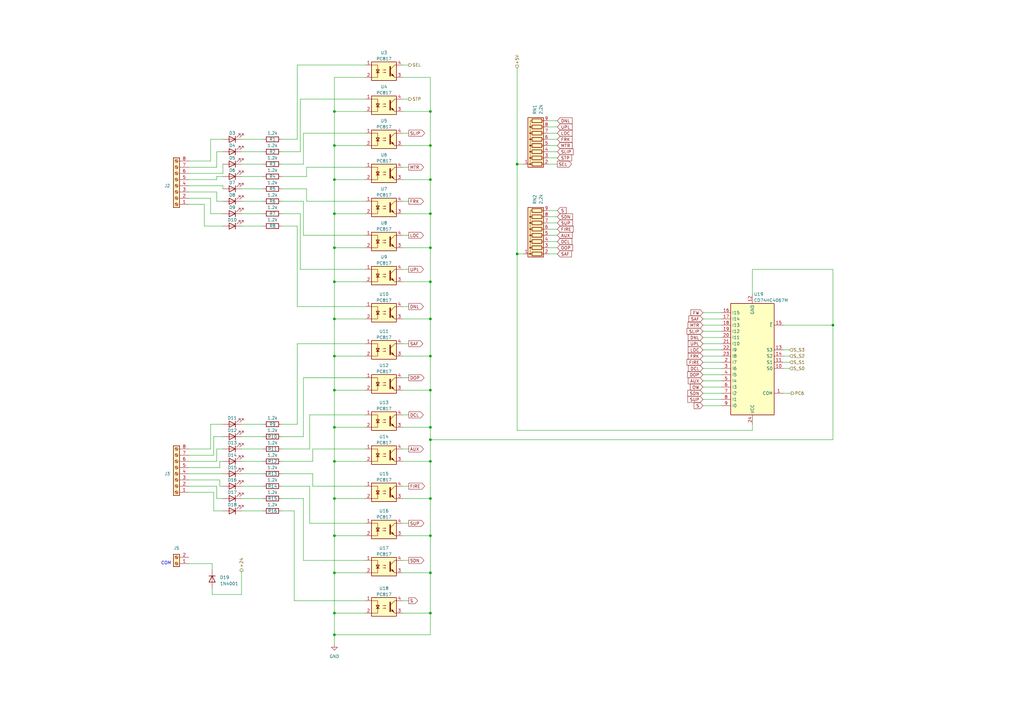
<source format=kicad_sch>
(kicad_sch (version 20230121) (generator eeschema)
  (paper "A3")
  (title_block (title "Shaft signal") (date "2023-04-01") (rev "Ahmed Adel") (company "Empironics") (comment 1 "Copy rights reserved by Ahmed Adel"))
  (lib_symbols
    (symbol "74xx:CD74HC4067M"
      (property "Reference" "U" (at -8.89 22.86 0))
      (property "Value" "CD74HC4067M" (at 1.27 22.86 0))
      (symbol "CD74HC4067M_0_1"
        (rectangle (start -8.89 21.59) (end 8.89 -24.13) (stroke (width 0.254)) (fill (type background)))
      )
      (symbol "CD74HC4067M_1_1"
        (pin passive line (at -12.7 12.7 0) (length 3.81) (name "COM") (number "1"))
        (pin input line (at -12.7 2.54 0) (length 3.81) (name "S0") (number "10"))
        (pin input line (at -12.7 0 0) (length 3.81) (name "S1") (number "11"))
        (pin power_in line (at 0 -27.94 90) (length 3.81) (name "GND") (number "12"))
        (pin input line (at -12.7 -5.08 0) (length 3.81) (name "S3") (number "13"))
        (pin input line (at -12.7 -2.54 0) (length 3.81) (name "S2") (number "14"))
        (pin input line (at -12.7 -15.24 0) (length 3.81) (name "~{E}") (number "15"))
        (pin passive line (at 12.7 -20.32 180) (length 3.81) (name "I15") (number "16"))
        (pin passive line (at 12.7 -17.78 180) (length 3.81) (name "I14") (number "17"))
        (pin passive line (at 12.7 -15.24 180) (length 3.81) (name "I13") (number "18"))
        (pin passive line (at 12.7 -12.7 180) (length 3.81) (name "I12") (number "19"))
        (pin passive line (at 12.7 0 180) (length 3.81) (name "I7") (number "2"))
        (pin passive line (at 12.7 -10.16 180) (length 3.81) (name "I11") (number "20"))
        (pin passive line (at 12.7 -7.62 180) (length 3.81) (name "I10") (number "21"))
        (pin passive line (at 12.7 -5.08 180) (length 3.81) (name "I9") (number "22"))
        (pin passive line (at 12.7 -2.54 180) (length 3.81) (name "I8") (number "23"))
        (pin power_in line (at 0 25.4 270) (length 3.81) (name "VCC") (number "24"))
        (pin passive line (at 12.7 2.54 180) (length 3.81) (name "I6") (number "3"))
        (pin passive line (at 12.7 5.08 180) (length 3.81) (name "I5") (number "4"))
        (pin passive line (at 12.7 7.62 180) (length 3.81) (name "I4") (number "5"))
        (pin passive line (at 12.7 10.16 180) (length 3.81) (name "I3") (number "6"))
        (pin passive line (at 12.7 12.7 180) (length 3.81) (name "I2") (number "7"))
        (pin passive line (at 12.7 15.24 180) (length 3.81) (name "I1") (number "8"))
        (pin passive line (at 12.7 17.78 180) (length 3.81) (name "I0") (number "9"))
      )
    )
    (symbol "Connector:Screw_Terminal_01x02" (pin_names (offset 1.016) hide)
      (property "Reference" "J" (at 0 2.54 0))
      (property "Value" "Screw_Terminal_01x02" (at 0 -5.08 0))
      (symbol "Screw_Terminal_01x02_1_1"
        (rectangle (start -1.27 1.27) (end 1.27 -3.81) (stroke (width 0.254)) (fill (type background)))
        (circle (center 0 -2.54) (radius 0.635) (stroke (width 0.1524)))
        (polyline (pts (xy -0.5334 -2.2098) (xy 0.3302 -3.048)) (stroke (width 0.1524)))
        (polyline (pts (xy -0.5334 0.3302) (xy 0.3302 -0.508)) (stroke (width 0.1524)))
        (polyline (pts (xy -0.3556 -2.032) (xy 0.508 -2.8702)) (stroke (width 0.1524)))
        (polyline (pts (xy -0.3556 0.508) (xy 0.508 -0.3302)) (stroke (width 0.1524)))
        (circle (center 0 0) (radius 0.635) (stroke (width 0.1524)))
        (pin passive line (at -5.08 0 0) (length 3.81) (name "Pin_1") (number "1"))
        (pin passive line (at -5.08 -2.54 0) (length 3.81) (name "Pin_2") (number "2"))
      )
    )
    (symbol "Connector:Screw_Terminal_01x08" (pin_names (offset 1.016) hide)
      (property "Reference" "J" (at 0 10.16 0))
      (property "Value" "Screw_Terminal_01x08" (at 0 -12.7 0))
      (symbol "Screw_Terminal_01x08_1_1"
        (rectangle (start -1.27 8.89) (end 1.27 -11.43) (stroke (width 0.254)) (fill (type background)))
        (circle (center 0 -10.16) (radius 0.635) (stroke (width 0.1524)))
        (circle (center 0 -7.62) (radius 0.635) (stroke (width 0.1524)))
        (circle (center 0 -5.08) (radius 0.635) (stroke (width 0.1524)))
        (circle (center 0 -2.54) (radius 0.635) (stroke (width 0.1524)))
        (polyline (pts (xy -0.5334 -9.8298) (xy 0.3302 -10.668)) (stroke (width 0.1524)))
        (polyline (pts (xy -0.5334 -7.2898) (xy 0.3302 -8.128)) (stroke (width 0.1524)))
        (polyline (pts (xy -0.5334 -4.7498) (xy 0.3302 -5.588)) (stroke (width 0.1524)))
        (polyline (pts (xy -0.5334 -2.2098) (xy 0.3302 -3.048)) (stroke (width 0.1524)))
        (polyline (pts (xy -0.5334 0.3302) (xy 0.3302 -0.508)) (stroke (width 0.1524)))
        (polyline (pts (xy -0.5334 2.8702) (xy 0.3302 2.032)) (stroke (width 0.1524)))
        (polyline (pts (xy -0.5334 5.4102) (xy 0.3302 4.572)) (stroke (width 0.1524)))
        (polyline (pts (xy -0.5334 7.9502) (xy 0.3302 7.112)) (stroke (width 0.1524)))
        (polyline (pts (xy -0.3556 -9.652) (xy 0.508 -10.4902)) (stroke (width 0.1524)))
        (polyline (pts (xy -0.3556 -7.112) (xy 0.508 -7.9502)) (stroke (width 0.1524)))
        (polyline (pts (xy -0.3556 -4.572) (xy 0.508 -5.4102)) (stroke (width 0.1524)))
        (polyline (pts (xy -0.3556 -2.032) (xy 0.508 -2.8702)) (stroke (width 0.1524)))
        (polyline (pts (xy -0.3556 0.508) (xy 0.508 -0.3302)) (stroke (width 0.1524)))
        (polyline (pts (xy -0.3556 3.048) (xy 0.508 2.2098)) (stroke (width 0.1524)))
        (polyline (pts (xy -0.3556 5.588) (xy 0.508 4.7498)) (stroke (width 0.1524)))
        (polyline (pts (xy -0.3556 8.128) (xy 0.508 7.2898)) (stroke (width 0.1524)))
        (circle (center 0 0) (radius 0.635) (stroke (width 0.1524)))
        (circle (center 0 2.54) (radius 0.635) (stroke (width 0.1524)))
        (circle (center 0 5.08) (radius 0.635) (stroke (width 0.1524)))
        (circle (center 0 7.62) (radius 0.635) (stroke (width 0.1524)))
        (pin passive line (at -5.08 7.62 0) (length 3.81) (name "Pin_1") (number "1"))
        (pin passive line (at -5.08 5.08 0) (length 3.81) (name "Pin_2") (number "2"))
        (pin passive line (at -5.08 2.54 0) (length 3.81) (name "Pin_3") (number "3"))
        (pin passive line (at -5.08 0 0) (length 3.81) (name "Pin_4") (number "4"))
        (pin passive line (at -5.08 -2.54 0) (length 3.81) (name "Pin_5") (number "5"))
        (pin passive line (at -5.08 -5.08 0) (length 3.81) (name "Pin_6") (number "6"))
        (pin passive line (at -5.08 -7.62 0) (length 3.81) (name "Pin_7") (number "7"))
        (pin passive line (at -5.08 -10.16 0) (length 3.81) (name "Pin_8") (number "8"))
      )
    )
    (symbol "Device:LED" (pin_numbers hide) (pin_names (offset 1.016) hide)
      (property "Reference" "D" (at 0 2.54 0))
      (property "Value" "LED" (at 0 -2.54 0))
      (symbol "LED_0_1"
        (polyline (pts (xy -1.27 -1.27) (xy -1.27 1.27)) (stroke (width 0.254)))
        (polyline (pts (xy -1.27 0) (xy 1.27 0)))
        (polyline (pts (xy 1.27 -1.27) (xy 1.27 1.27) (xy -1.27 0) (xy 1.27 -1.27)) (stroke (width 0.254)))
        (polyline (pts (xy -3.048 -0.762) (xy -4.572 -2.286) (xy -3.81 -2.286) (xy -4.572 -2.286) (xy -4.572 -1.524)))
        (polyline (pts (xy -1.778 -0.762) (xy -3.302 -2.286) (xy -2.54 -2.286) (xy -3.302 -2.286) (xy -3.302 -1.524)))
      )
      (symbol "LED_1_1"
        (pin passive line (at -3.81 0 0) (length 2.54) (name "K") (number "1"))
        (pin passive line (at 3.81 0 180) (length 2.54) (name "A") (number "2"))
      )
    )
    (symbol "Device:R" (pin_numbers hide) (pin_names (offset 0))
      (property "Reference" "R" (at 2.032 0 90))
      (property "Value" "R" (at 0 0 90))
      (symbol "R_0_1"
        (rectangle (start -1.016 -2.54) (end 1.016 2.54) (stroke (width 0.254)))
      )
      (symbol "R_1_1"
        (pin passive line (at 0 3.81 270) (length 1.27) (name "~") (number "1"))
        (pin passive line (at 0 -3.81 90) (length 1.27) (name "~") (number "2"))
      )
    )
    (symbol "Device:R_Network08" (pin_names (offset 0) hide)
      (property "Reference" "RN" (at -12.7 0 90))
      (property "Value" "R_Network08" (at 10.16 0 90))
      (symbol "R_Network08_0_1"
        (rectangle (start -11.43 -3.175) (end 8.89 3.175) (stroke (width 0.254)) (fill (type background)))
        (rectangle (start -10.922 1.524) (end -9.398 -2.54) (stroke (width 0.254)))
        (circle (center -10.16 2.286) (radius 0.254) (fill (type outline)))
        (rectangle (start -8.382 1.524) (end -6.858 -2.54) (stroke (width 0.254)))
        (circle (center -7.62 2.286) (radius 0.254) (fill (type outline)))
        (rectangle (start -5.842 1.524) (end -4.318 -2.54) (stroke (width 0.254)))
        (circle (center -5.08 2.286) (radius 0.254) (fill (type outline)))
        (rectangle (start -3.302 1.524) (end -1.778 -2.54) (stroke (width 0.254)))
        (circle (center -2.54 2.286) (radius 0.254) (fill (type outline)))
        (rectangle (start -0.762 1.524) (end 0.762 -2.54) (stroke (width 0.254)))
        (polyline (pts (xy -10.16 -2.54) (xy -10.16 -3.81)))
        (polyline (pts (xy -7.62 -2.54) (xy -7.62 -3.81)))
        (polyline (pts (xy -5.08 -2.54) (xy -5.08 -3.81)))
        (polyline (pts (xy -2.54 -2.54) (xy -2.54 -3.81)))
        (polyline (pts (xy 0 -2.54) (xy 0 -3.81)))
        (polyline (pts (xy 2.54 -2.54) (xy 2.54 -3.81)))
        (polyline (pts (xy 5.08 -2.54) (xy 5.08 -3.81)))
        (polyline (pts (xy 7.62 -2.54) (xy 7.62 -3.81)))
        (polyline (pts (xy -10.16 1.524) (xy -10.16 2.286) (xy -7.62 2.286) (xy -7.62 1.524)))
        (polyline (pts (xy -7.62 1.524) (xy -7.62 2.286) (xy -5.08 2.286) (xy -5.08 1.524)))
        (polyline (pts (xy -5.08 1.524) (xy -5.08 2.286) (xy -2.54 2.286) (xy -2.54 1.524)))
        (polyline (pts (xy -2.54 1.524) (xy -2.54 2.286) (xy 0 2.286) (xy 0 1.524)))
        (polyline (pts (xy 0 1.524) (xy 0 2.286) (xy 2.54 2.286) (xy 2.54 1.524)))
        (polyline (pts (xy 2.54 1.524) (xy 2.54 2.286) (xy 5.08 2.286) (xy 5.08 1.524)))
        (polyline (pts (xy 5.08 1.524) (xy 5.08 2.286) (xy 7.62 2.286) (xy 7.62 1.524)))
        (circle (center 0 2.286) (radius 0.254) (fill (type outline)))
        (rectangle (start 1.778 1.524) (end 3.302 -2.54) (stroke (width 0.254)))
        (circle (center 2.54 2.286) (radius 0.254) (fill (type outline)))
        (rectangle (start 4.318 1.524) (end 5.842 -2.54) (stroke (width 0.254)))
        (circle (center 5.08 2.286) (radius 0.254) (fill (type outline)))
        (rectangle (start 6.858 1.524) (end 8.382 -2.54) (stroke (width 0.254)))
      )
      (symbol "R_Network08_1_1"
        (pin passive line (at -10.16 5.08 270) (length 2.54) (name "common") (number "1"))
        (pin passive line (at -10.16 -5.08 90) (length 1.27) (name "R1") (number "2"))
        (pin passive line (at -7.62 -5.08 90) (length 1.27) (name "R2") (number "3"))
        (pin passive line (at -5.08 -5.08 90) (length 1.27) (name "R3") (number "4"))
        (pin passive line (at -2.54 -5.08 90) (length 1.27) (name "R4") (number "5"))
        (pin passive line (at 0 -5.08 90) (length 1.27) (name "R5") (number "6"))
        (pin passive line (at 2.54 -5.08 90) (length 1.27) (name "R6") (number "7"))
        (pin passive line (at 5.08 -5.08 90) (length 1.27) (name "R7") (number "8"))
        (pin passive line (at 7.62 -5.08 90) (length 1.27) (name "R8") (number "9"))
      )
    )
    (symbol "Diode:1N4001" (pin_numbers hide) (pin_names hide)
      (property "Reference" "D" (at 0 2.54 0))
      (property "Value" "1N4001" (at 0 -2.54 0))
      (symbol "1N4001_0_1"
        (polyline (pts (xy -1.27 1.27) (xy -1.27 -1.27)) (stroke (width 0.254)))
        (polyline (pts (xy 1.27 0) (xy -1.27 0)))
        (polyline (pts (xy 1.27 1.27) (xy 1.27 -1.27) (xy -1.27 0) (xy 1.27 1.27)) (stroke (width 0.254)))
      )
      (symbol "1N4001_1_1"
        (pin passive line (at -3.81 0 0) (length 2.54) (name "K") (number "1"))
        (pin passive line (at 3.81 0 180) (length 2.54) (name "A") (number "2"))
      )
    )
    (symbol "Isolator:PC817" (pin_names (offset 1.016))
      (property "Reference" "U" (at -5.08 5.08 0))
      (property "Value" "PC817" (at 0 5.08 0))
      (symbol "PC817_0_1"
        (rectangle (start -5.08 3.81) (end 5.08 -3.81) (stroke (width 0.254)) (fill (type background)))
        (polyline (pts (xy -3.175 -0.635) (xy -1.905 -0.635)) (stroke (width 0.254)))
        (polyline (pts (xy 2.54 0.635) (xy 4.445 2.54)))
        (polyline (pts (xy 4.445 -2.54) (xy 2.54 -0.635)) (fill (type outline)))
        (polyline (pts (xy 4.445 -2.54) (xy 5.08 -2.54)))
        (polyline (pts (xy 4.445 2.54) (xy 5.08 2.54)))
        (polyline (pts (xy -5.08 2.54) (xy -2.54 2.54) (xy -2.54 -0.635)))
        (polyline (pts (xy -2.54 -0.635) (xy -2.54 -2.54) (xy -5.08 -2.54)))
        (polyline (pts (xy 2.54 1.905) (xy 2.54 -1.905) (xy 2.54 -1.905)) (stroke (width 0.508)))
        (polyline (pts (xy -2.54 -0.635) (xy -3.175 0.635) (xy -1.905 0.635) (xy -2.54 -0.635)) (stroke (width 0.254)))
        (polyline (pts (xy -0.508 -0.508) (xy 0.762 -0.508) (xy 0.381 -0.635) (xy 0.381 -0.381) (xy 0.762 -0.508)))
        (polyline (pts (xy -0.508 0.508) (xy 0.762 0.508) (xy 0.381 0.381) (xy 0.381 0.635) (xy 0.762 0.508)))
        (polyline (pts (xy 3.048 -1.651) (xy 3.556 -1.143) (xy 4.064 -2.159) (xy 3.048 -1.651) (xy 3.048 -1.651)) (fill (type outline)))
      )
      (symbol "PC817_1_1"
        (pin passive line (at -7.62 2.54 0) (length 2.54) (name "~") (number "1"))
        (pin passive line (at -7.62 -2.54 0) (length 2.54) (name "~") (number "2"))
        (pin passive line (at 7.62 -2.54 180) (length 2.54) (name "~") (number "3"))
        (pin passive line (at 7.62 2.54 180) (length 2.54) (name "~") (number "4"))
      )
    )
    (symbol "power:GND" (power) (pin_names (offset 0))
      (property "Value" "GND" (at 0 -3.81 0))
      (symbol "GND_0_1"
        (polyline (pts (xy 0 0) (xy 0 -1.27) (xy 1.27 -1.27) (xy 0 -2.54) (xy -1.27 -1.27) (xy 0 -1.27)))
      )
      (symbol "GND_1_1"
        (pin power_in line (at 0 0 270) (length 0) hide (name "GND") (number "1"))
      )
    )
  )
  (junction (at 137.16 45.72))
  (junction (at 212.09 104.14))
  (junction (at 137.16 219.71))
  (junction (at 176.53 73.66))
  (junction (at 137.16 204.47))
  (junction (at 137.16 101.6))
  (junction (at 176.53 101.6))
  (junction (at 137.16 160.02))
  (junction (at 176.53 219.71))
  (junction (at 176.53 146.05))
  (junction (at 176.53 234.95))
  (junction (at 176.53 175.26))
  (junction (at 212.09 67.31))
  (junction (at 137.16 251.46))
  (junction (at 137.16 87.63))
  (junction (at 137.16 260.35))
  (junction (at 137.16 73.66))
  (junction (at 137.16 146.05))
  (junction (at 137.16 130.81))
  (junction (at 176.53 87.63))
  (junction (at 176.53 160.02))
  (junction (at 176.53 180.34))
  (junction (at 137.16 115.57))
  (junction (at 341.63 133.35))
  (junction (at 176.53 189.23))
  (junction (at 137.16 189.23))
  (junction (at 176.53 130.81))
  (junction (at 137.16 175.26))
  (junction (at 176.53 204.47))
  (junction (at 176.53 45.72))
  (junction (at 137.16 234.95))
  (junction (at 176.53 59.69))
  (junction (at 137.16 59.69))
  (junction (at 176.53 251.46))
  (junction (at 176.53 115.57))
  (wire (pts (xy 149.86 40.64) (xy 123.19 40.64)))
  (wire (pts (xy 127 199.39) (xy 115.57 199.39)))
  (wire (pts (xy 288.29 163.83) (xy 295.91 163.83)))
  (wire (pts (xy 214.63 104.14) (xy 212.09 104.14)))
  (wire (pts (xy 137.16 160.02) (xy 137.16 175.26)))
  (wire (pts (xy 137.16 204.47) (xy 137.16 219.71)))
  (wire (pts (xy 137.16 101.6) (xy 137.16 115.57)))
  (wire (pts (xy 99.06 72.39) (xy 107.95 72.39)))
  (wire (pts (xy 137.16 146.05) (xy 149.86 146.05)))
  (wire (pts (xy 77.47 78.74) (xy 88.9 78.74)))
  (wire (pts (xy 77.47 83.82) (xy 83.82 83.82)))
  (wire (pts (xy 137.16 115.57) (xy 137.16 130.81)))
  (wire (pts (xy 323.85 146.05) (xy 321.31 146.05)))
  (wire (pts (xy 128.27 189.23) (xy 115.57 189.23)))
  (wire (pts (xy 91.44 173.99) (xy 86.36 173.99)))
  (wire (pts (xy 212.09 104.14) (xy 212.09 67.31)))
  (wire (pts (xy 176.53 115.57) (xy 176.53 130.81)))
  (wire (pts (xy 228.6 88.9) (xy 224.79 88.9)))
  (wire (pts (xy 288.29 135.89) (xy 295.91 135.89)))
  (wire (pts (xy 90.17 189.23) (xy 90.17 191.77)))
  (wire (pts (xy 176.53 189.23) (xy 176.53 204.47)))
  (wire (pts (xy 86.36 87.63) (xy 91.44 87.63)))
  (wire (pts (xy 176.53 219.71) (xy 176.53 234.95)))
  (wire (pts (xy 321.31 133.35) (xy 341.63 133.35)))
  (wire (pts (xy 167.64 154.94) (xy 165.1 154.94)))
  (wire (pts (xy 323.85 151.13) (xy 321.31 151.13)))
  (wire (pts (xy 167.64 170.18) (xy 165.1 170.18)))
  (wire (pts (xy 125.73 77.47) (xy 115.57 77.47)))
  (wire (pts (xy 86.36 57.15) (xy 86.36 66.04)))
  (wire (pts (xy 149.86 199.39) (xy 128.27 199.39)))
  (wire (pts (xy 228.6 49.53) (xy 224.79 49.53)))
  (wire (pts (xy 88.9 68.58) (xy 77.47 68.58)))
  (wire (pts (xy 137.16 87.63) (xy 149.86 87.63)))
  (wire (pts (xy 228.6 64.77) (xy 224.79 64.77)))
  (wire (pts (xy 176.53 59.69) (xy 176.53 73.66)))
  (wire (pts (xy 115.57 57.15) (xy 121.92 57.15)))
  (wire (pts (xy 165.1 45.72) (xy 176.53 45.72)))
  (wire (pts (xy 167.64 110.49) (xy 165.1 110.49)))
  (wire (pts (xy 288.29 128.27) (xy 295.91 128.27)))
  (wire (pts (xy 99.06 82.55) (xy 107.95 82.55)))
  (wire (pts (xy 77.47 194.31) (xy 91.44 194.31)))
  (wire (pts (xy 149.86 184.15) (xy 128.27 184.15)))
  (wire (pts (xy 167.64 40.64) (xy 165.1 40.64)))
  (wire (pts (xy 176.53 101.6) (xy 176.53 115.57)))
  (wire (pts (xy 99.06 67.31) (xy 107.95 67.31)))
  (wire (pts (xy 288.29 153.67) (xy 295.91 153.67)))
  (wire (pts (xy 87.63 201.93) (xy 77.47 201.93)))
  (wire (pts (xy 137.16 45.72) (xy 149.86 45.72)))
  (wire (pts (xy 137.16 189.23) (xy 149.86 189.23)))
  (wire (pts (xy 91.44 179.07) (xy 87.63 179.07)))
  (wire (pts (xy 165.1 146.05) (xy 176.53 146.05)))
  (wire (pts (xy 137.16 146.05) (xy 137.16 160.02)))
  (wire (pts (xy 149.86 68.58) (xy 125.73 68.58)))
  (wire (pts (xy 88.9 184.15) (xy 88.9 189.23)))
  (wire (pts (xy 137.16 260.35) (xy 176.53 260.35)))
  (wire (pts (xy 88.9 82.55) (xy 91.44 82.55)))
  (wire (pts (xy 165.1 101.6) (xy 176.53 101.6)))
  (wire (pts (xy 149.86 110.49) (xy 123.19 110.49)))
  (wire (pts (xy 165.1 87.63) (xy 176.53 87.63)))
  (wire (pts (xy 149.86 82.55) (xy 125.73 82.55)))
  (wire (pts (xy 149.86 31.75) (xy 137.16 31.75)))
  (wire (pts (xy 88.9 204.47) (xy 88.9 199.39)))
  (wire (pts (xy 128.27 199.39) (xy 128.27 194.31)))
  (wire (pts (xy 121.92 125.73) (xy 121.92 92.71)))
  (wire (pts (xy 123.19 110.49) (xy 123.19 87.63)))
  (wire (pts (xy 228.6 52.07) (xy 224.79 52.07)))
  (wire (pts (xy 167.64 96.52) (xy 165.1 96.52)))
  (wire (pts (xy 288.29 133.35) (xy 295.91 133.35)))
  (wire (pts (xy 176.53 146.05) (xy 176.53 160.02)))
  (wire (pts (xy 137.16 175.26) (xy 137.16 189.23)))
  (wire (pts (xy 121.92 92.71) (xy 115.57 92.71)))
  (wire (pts (xy 149.86 214.63) (xy 127 214.63)))
  (wire (pts (xy 165.1 189.23) (xy 176.53 189.23)))
  (wire (pts (xy 124.46 54.61) (xy 124.46 67.31)))
  (wire (pts (xy 228.6 104.14) (xy 224.79 104.14)))
  (wire (pts (xy 228.6 93.98) (xy 224.79 93.98)))
  (wire (pts (xy 83.82 92.71) (xy 91.44 92.71)))
  (wire (pts (xy 91.44 199.39) (xy 90.17 199.39)))
  (wire (pts (xy 288.29 166.37) (xy 295.91 166.37)))
  (wire (pts (xy 123.19 40.64) (xy 123.19 62.23)))
  (wire (pts (xy 137.16 59.69) (xy 137.16 73.66)))
  (wire (pts (xy 149.86 154.94) (xy 124.46 154.94)))
  (wire (pts (xy 324.485 161.29) (xy 321.31 161.29)))
  (wire (pts (xy 212.09 67.31) (xy 214.63 67.31)))
  (wire (pts (xy 165.1 115.57) (xy 176.53 115.57)))
  (wire (pts (xy 77.47 76.2) (xy 91.44 76.2)))
  (wire (pts (xy 120.65 209.55) (xy 120.65 246.38)))
  (wire (pts (xy 86.36 81.28) (xy 86.36 87.63)))
  (wire (pts (xy 288.29 156.21) (xy 295.91 156.21)))
  (wire (pts (xy 99.06 199.39) (xy 107.95 199.39)))
  (wire (pts (xy 176.53 180.34) (xy 176.53 189.23)))
  (wire (pts (xy 99.06 179.07) (xy 107.95 179.07)))
  (wire (pts (xy 176.53 45.72) (xy 176.53 59.69)))
  (wire (pts (xy 308.61 110.49) (xy 341.63 110.49)))
  (wire (pts (xy 288.29 138.43) (xy 295.91 138.43)))
  (wire (pts (xy 124.46 229.87) (xy 124.46 204.47)))
  (wire (pts (xy 99.06 62.23) (xy 107.95 62.23)))
  (wire (pts (xy 115.57 209.55) (xy 120.65 209.55)))
  (wire (pts (xy 323.85 143.51) (xy 321.31 143.51)))
  (wire (pts (xy 288.29 146.05) (xy 295.91 146.05)))
  (wire (pts (xy 123.19 62.23) (xy 115.57 62.23)))
  (wire (pts (xy 149.86 125.73) (xy 121.92 125.73)))
  (wire (pts (xy 212.09 27.94) (xy 212.09 67.31)))
  (wire (pts (xy 88.9 189.23) (xy 77.47 189.23)))
  (wire (pts (xy 91.44 204.47) (xy 88.9 204.47)))
  (wire (pts (xy 308.61 173.99) (xy 308.61 176.53)))
  (wire (pts (xy 228.6 99.06) (xy 224.79 99.06)))
  (wire (pts (xy 165.1 234.95) (xy 176.53 234.95)))
  (wire (pts (xy 124.46 179.07) (xy 115.57 179.07)))
  (wire (pts (xy 77.47 81.28) (xy 86.36 81.28)))
  (wire (pts (xy 121.92 57.15) (xy 121.92 26.67)))
  (wire (pts (xy 323.85 148.59) (xy 321.31 148.59)))
  (wire (pts (xy 121.92 140.97) (xy 121.92 173.99)))
  (wire (pts (xy 167.64 68.58) (xy 165.1 68.58)))
  (wire (pts (xy 176.53 251.46) (xy 176.53 260.35)))
  (wire (pts (xy 127 170.18) (xy 127 184.15)))
  (wire (pts (xy 228.6 86.36) (xy 224.79 86.36)))
  (wire (pts (xy 137.16 219.71) (xy 137.16 234.95)))
  (wire (pts (xy 288.29 148.59) (xy 295.91 148.59)))
  (wire (pts (xy 86.995 231.14) (xy 77.47 231.14)))
  (wire (pts (xy 228.6 59.69) (xy 224.79 59.69)))
  (wire (pts (xy 128.27 194.31) (xy 115.57 194.31)))
  (wire (pts (xy 228.6 96.52) (xy 224.79 96.52)))
  (wire (pts (xy 88.9 72.39) (xy 88.9 73.66)))
  (wire (pts (xy 99.06 173.99) (xy 107.95 173.99)))
  (wire (pts (xy 341.63 180.34) (xy 176.53 180.34)))
  (wire (pts (xy 165.1 251.46) (xy 176.53 251.46)))
  (wire (pts (xy 86.995 241.3) (xy 86.995 243.84)))
  (wire (pts (xy 83.82 83.82) (xy 83.82 92.71)))
  (wire (pts (xy 224.79 62.23) (xy 228.6 62.23)))
  (wire (pts (xy 149.86 96.52) (xy 124.46 96.52)))
  (wire (pts (xy 167.64 26.67) (xy 165.1 26.67)))
  (wire (pts (xy 137.16 234.95) (xy 149.86 234.95)))
  (wire (pts (xy 99.06 77.47) (xy 107.95 77.47)))
  (wire (pts (xy 86.36 57.15) (xy 91.44 57.15)))
  (wire (pts (xy 137.16 204.47) (xy 149.86 204.47)))
  (wire (pts (xy 88.9 62.23) (xy 88.9 68.58)))
  (wire (pts (xy 165.1 130.81) (xy 176.53 130.81)))
  (wire (pts (xy 99.06 243.84) (xy 99.06 234.315)))
  (wire (pts (xy 288.29 158.75) (xy 295.91 158.75)))
  (wire (pts (xy 90.17 196.85) (xy 77.47 196.85)))
  (wire (pts (xy 124.46 154.94) (xy 124.46 179.07)))
  (wire (pts (xy 90.17 199.39) (xy 90.17 196.85)))
  (wire (pts (xy 176.53 175.26) (xy 176.53 180.34)))
  (wire (pts (xy 99.06 92.71) (xy 107.95 92.71)))
  (wire (pts (xy 127 214.63) (xy 127 199.39)))
  (wire (pts (xy 137.16 260.35) (xy 137.16 264.16)))
  (wire (pts (xy 91.44 77.47) (xy 91.44 76.2)))
  (wire (pts (xy 120.65 246.38) (xy 149.86 246.38)))
  (wire (pts (xy 86.995 233.68) (xy 86.995 231.14)))
  (wire (pts (xy 165.1 175.26) (xy 176.53 175.26)))
  (wire (pts (xy 137.16 101.6) (xy 149.86 101.6)))
  (wire (pts (xy 167.64 199.39) (xy 165.1 199.39)))
  (wire (pts (xy 167.64 54.61) (xy 165.1 54.61)))
  (wire (pts (xy 212.09 104.14) (xy 212.09 176.53)))
  (wire (pts (xy 176.53 31.75) (xy 176.53 45.72)))
  (wire (pts (xy 127 184.15) (xy 115.57 184.15)))
  (wire (pts (xy 99.06 209.55) (xy 107.95 209.55)))
  (wire (pts (xy 99.06 184.15) (xy 107.95 184.15)))
  (wire (pts (xy 228.6 101.6) (xy 224.79 101.6)))
  (wire (pts (xy 137.16 45.72) (xy 137.16 59.69)))
  (wire (pts (xy 91.44 209.55) (xy 87.63 209.55)))
  (wire (pts (xy 137.16 115.57) (xy 149.86 115.57)))
  (wire (pts (xy 165.1 59.69) (xy 176.53 59.69)))
  (wire (pts (xy 137.16 189.23) (xy 137.16 204.47)))
  (wire (pts (xy 137.16 73.66) (xy 137.16 87.63)))
  (wire (pts (xy 125.73 72.39) (xy 115.57 72.39)))
  (wire (pts (xy 167.64 140.97) (xy 165.1 140.97)))
  (wire (pts (xy 228.6 91.44) (xy 224.79 91.44)))
  (wire (pts (xy 149.86 140.97) (xy 121.92 140.97)))
  (wire (pts (xy 288.29 143.51) (xy 295.91 143.51)))
  (wire (pts (xy 137.16 130.81) (xy 137.16 146.05)))
  (wire (pts (xy 91.44 72.39) (xy 88.9 72.39)))
  (wire (pts (xy 125.73 68.58) (xy 125.73 72.39)))
  (wire (pts (xy 87.63 186.69) (xy 77.47 186.69)))
  (wire (pts (xy 137.16 251.46) (xy 137.16 260.35)))
  (wire (pts (xy 137.16 175.26) (xy 149.86 175.26)))
  (wire (pts (xy 149.86 54.61) (xy 124.46 54.61)))
  (wire (pts (xy 165.1 73.66) (xy 176.53 73.66)))
  (wire (pts (xy 149.86 170.18) (xy 127 170.18)))
  (wire (pts (xy 341.63 110.49) (xy 341.63 133.35)))
  (wire (pts (xy 88.9 78.74) (xy 88.9 82.55)))
  (wire (pts (xy 167.64 125.73) (xy 165.1 125.73)))
  (wire (pts (xy 124.46 82.55) (xy 115.57 82.55)))
  (wire (pts (xy 128.27 184.15) (xy 128.27 189.23)))
  (wire (pts (xy 88.9 62.23) (xy 91.44 62.23)))
  (wire (pts (xy 288.29 151.13) (xy 295.91 151.13)))
  (wire (pts (xy 99.06 204.47) (xy 107.95 204.47)))
  (wire (pts (xy 176.53 130.81) (xy 176.53 146.05)))
  (wire (pts (xy 165.1 204.47) (xy 176.53 204.47)))
  (wire (pts (xy 87.63 209.55) (xy 87.63 201.93)))
  (wire (pts (xy 137.16 87.63) (xy 137.16 101.6)))
  (wire (pts (xy 167.64 246.38) (xy 165.1 246.38)))
  (wire (pts (xy 288.29 140.97) (xy 295.91 140.97)))
  (wire (pts (xy 99.06 87.63) (xy 107.95 87.63)))
  (wire (pts (xy 99.06 189.23) (xy 107.95 189.23)))
  (wire (pts (xy 88.9 199.39) (xy 77.47 199.39)))
  (wire (pts (xy 121.92 26.67) (xy 149.86 26.67)))
  (wire (pts (xy 176.53 160.02) (xy 176.53 175.26)))
  (wire (pts (xy 91.44 67.31) (xy 91.44 71.12)))
  (wire (pts (xy 137.16 130.81) (xy 149.86 130.81)))
  (wire (pts (xy 167.64 184.15) (xy 165.1 184.15)))
  (wire (pts (xy 288.29 161.29) (xy 295.91 161.29)))
  (wire (pts (xy 308.61 110.49) (xy 308.61 120.65)))
  (wire (pts (xy 87.63 179.07) (xy 87.63 186.69)))
  (wire (pts (xy 176.53 87.63) (xy 176.53 101.6)))
  (wire (pts (xy 124.46 204.47) (xy 115.57 204.47)))
  (wire (pts (xy 137.16 251.46) (xy 149.86 251.46)))
  (wire (pts (xy 167.64 214.63) (xy 165.1 214.63)))
  (wire (pts (xy 99.06 57.15) (xy 107.95 57.15)))
  (wire (pts (xy 137.16 31.75) (xy 137.16 45.72)))
  (wire (pts (xy 91.44 71.12) (xy 77.47 71.12)))
  (wire (pts (xy 176.53 234.95) (xy 176.53 251.46)))
  (wire (pts (xy 228.6 57.15) (xy 224.79 57.15)))
  (wire (pts (xy 165.1 219.71) (xy 176.53 219.71)))
  (wire (pts (xy 288.29 130.81) (xy 295.91 130.81)))
  (wire (pts (xy 165.1 31.75) (xy 176.53 31.75)))
  (wire (pts (xy 176.53 204.47) (xy 176.53 219.71)))
  (wire (pts (xy 308.61 176.53) (xy 212.09 176.53)))
  (wire (pts (xy 341.63 133.35) (xy 341.63 180.34)))
  (wire (pts (xy 88.9 73.66) (xy 77.47 73.66)))
  (wire (pts (xy 86.36 173.99) (xy 86.36 184.15)))
  (wire (pts (xy 137.16 219.71) (xy 149.86 219.71)))
  (wire (pts (xy 137.16 59.69) (xy 149.86 59.69)))
  (wire (pts (xy 149.86 229.87) (xy 124.46 229.87)))
  (wire (pts (xy 86.36 184.15) (xy 77.47 184.15)))
  (wire (pts (xy 137.16 160.02) (xy 149.86 160.02)))
  (wire (pts (xy 125.73 82.55) (xy 125.73 77.47)))
  (wire (pts (xy 176.53 73.66) (xy 176.53 87.63)))
  (wire (pts (xy 91.44 184.15) (xy 88.9 184.15)))
  (wire (pts (xy 228.6 67.31) (xy 224.79 67.31)))
  (wire (pts (xy 91.44 189.23) (xy 90.17 189.23)))
  (wire (pts (xy 165.1 160.02) (xy 176.53 160.02)))
  (wire (pts (xy 77.47 191.77) (xy 90.17 191.77)))
  (wire (pts (xy 99.06 194.31) (xy 107.95 194.31)))
  (wire (pts (xy 167.64 229.87) (xy 165.1 229.87)))
  (wire (pts (xy 124.46 67.31) (xy 115.57 67.31)))
  (wire (pts (xy 86.995 243.84) (xy 99.06 243.84)))
  (wire (pts (xy 228.6 54.61) (xy 224.79 54.61)))
  (wire (pts (xy 167.64 82.55) (xy 165.1 82.55)))
  (wire (pts (xy 123.19 87.63) (xy 115.57 87.63)))
  (wire (pts (xy 137.16 234.95) (xy 137.16 251.46)))
  (wire (pts (xy 121.92 173.99) (xy 115.57 173.99)))
  (wire (pts (xy 124.46 96.52) (xy 124.46 82.55)))
  (wire (pts (xy 86.36 66.04) (xy 77.47 66.04)))
  (wire (pts (xy 137.16 73.66) (xy 149.86 73.66)))
  (text "COM\n" (at 66.04 231.775 0) (effects (font (size 1.27 1.27)) (justify left bottom)))
  (global_label "FIRE" (shape input) (at 288.29 148.59 180) (property "Intersheetrefs" "${INTERSHEET_REFS}" (effects hide)))
  (global_label "MTR" (shape input) (at 288.29 133.35 180) (property "Intersheetrefs" "${INTERSHEET_REFS}" (effects hide)))
  (global_label "SUP" (shape input) (at 228.6 91.44 0) (property "Intersheetrefs" "${INTERSHEET_REFS}" (effects hide)))
  (global_label "LOC" (shape output) (at 167.64 96.52 0) (property "Intersheetrefs" "${INTERSHEET_REFS}" (effects hide)))
  (global_label "SUP" (shape input) (at 288.29 163.83 180) (property "Intersheetrefs" "${INTERSHEET_REFS}" (effects hide)))
  (global_label "UPL" (shape input) (at 228.6 52.07 0) (property "Intersheetrefs" "${INTERSHEET_REFS}" (effects hide)))
  (global_label "FRK" (shape output) (at 167.64 82.55 0) (property "Intersheetrefs" "${INTERSHEET_REFS}" (effects hide)))
  (global_label "SDN" (shape input) (at 228.6 88.9 0) (property "Intersheetrefs" "${INTERSHEET_REFS}" (effects hide)))
  (global_label "DCL" (shape output) (at 167.64 170.18 0) (property "Intersheetrefs" "${INTERSHEET_REFS}" (effects hide)))
  (global_label "SLIP" (shape input) (at 228.6 62.23 0) (property "Intersheetrefs" "${INTERSHEET_REFS}" (effects hide)))
  (global_label "SDN" (shape input) (at 288.29 161.29 180) (property "Intersheetrefs" "${INTERSHEET_REFS}" (effects hide)))
  (global_label "AUX" (shape input) (at 288.29 156.21 180) (property "Intersheetrefs" "${INTERSHEET_REFS}" (effects hide)))
  (global_label "UPL" (shape output) (at 167.64 110.49 0) (property "Intersheetrefs" "${INTERSHEET_REFS}" (effects hide)))
  (global_label "S" (shape input) (at 228.6 86.36 0) (property "Intersheetrefs" "${INTERSHEET_REFS}" (effects hide)))
  (global_label "AUX" (shape input) (at 228.6 96.52 0) (property "Intersheetrefs" "${INTERSHEET_REFS}" (effects hide)))
  (global_label "SAF" (shape input) (at 228.6 104.14 0) (property "Intersheetrefs" "${INTERSHEET_REFS}" (effects hide)))
  (global_label "DOP" (shape input) (at 288.29 153.67 180) (property "Intersheetrefs" "${INTERSHEET_REFS}" (effects hide)))
  (global_label "FRK" (shape input) (at 288.29 146.05 180) (property "Intersheetrefs" "${INTERSHEET_REFS}" (effects hide)))
  (global_label "UPL" (shape input) (at 288.29 140.97 180) (property "Intersheetrefs" "${INTERSHEET_REFS}" (effects hide)))
  (global_label "DNL" (shape input) (at 228.6 49.53 0) (property "Intersheetrefs" "${INTERSHEET_REFS}" (effects hide)))
  (global_label "SAF" (shape input) (at 288.29 130.81 180) (property "Intersheetrefs" "${INTERSHEET_REFS}" (effects hide)))
  (global_label "SLIP" (shape output) (at 167.64 54.61 0) (property "Intersheetrefs" "${INTERSHEET_REFS}" (effects hide)))
  (global_label "SDN" (shape output) (at 167.64 229.87 0) (property "Intersheetrefs" "${INTERSHEET_REFS}" (effects hide)))
  (global_label "OW" (shape input) (at 288.29 158.75 180) (property "Intersheetrefs" "${INTERSHEET_REFS}" (effects hide)))
  (global_label "DNL" (shape output) (at 167.64 125.73 0) (property "Intersheetrefs" "${INTERSHEET_REFS}" (effects hide)))
  (global_label "DOP" (shape input) (at 228.6 101.6 0) (property "Intersheetrefs" "${INTERSHEET_REFS}" (effects hide)))
  (global_label "S" (shape output) (at 167.64 246.38 0) (property "Intersheetrefs" "${INTERSHEET_REFS}" (effects hide)))
  (global_label "DNL" (shape input) (at 288.29 138.43 180) (property "Intersheetrefs" "${INTERSHEET_REFS}" (effects hide)))
  (global_label "DOP" (shape output) (at 167.64 154.94 0) (property "Intersheetrefs" "${INTERSHEET_REFS}" (effects hide)))
  (global_label "SAF" (shape output) (at 167.64 140.97 0) (property "Intersheetrefs" "${INTERSHEET_REFS}" (effects hide)))
  (global_label "MTR" (shape output) (at 167.64 68.58 0) (property "Intersheetrefs" "${INTERSHEET_REFS}" (effects hide)))
  (global_label "AUX" (shape output) (at 167.64 184.15 0) (property "Intersheetrefs" "${INTERSHEET_REFS}" (effects hide)))
  (global_label "SUP" (shape output) (at 167.64 214.63 0) (property "Intersheetrefs" "${INTERSHEET_REFS}" (effects hide)))
  (global_label "MTR" (shape input) (at 228.6 59.69 0) (property "Intersheetrefs" "${INTERSHEET_REFS}" (effects hide)))
  (global_label "FIRE" (shape output) (at 167.64 199.39 0) (property "Intersheetrefs" "${INTERSHEET_REFS}" (effects hide)))
  (global_label "DCL" (shape input) (at 288.29 151.13 180) (property "Intersheetrefs" "${INTERSHEET_REFS}" (effects hide)))
  (global_label "FIRE" (shape input) (at 228.6 93.98 0) (property "Intersheetrefs" "${INTERSHEET_REFS}" (effects hide)))
  (global_label "LOC" (shape input) (at 228.6 54.61 0) (property "Intersheetrefs" "${INTERSHEET_REFS}" (effects hide)))
  (global_label "FRK" (shape input) (at 228.6 57.15 0) (property "Intersheetrefs" "${INTERSHEET_REFS}" (effects hide)))
  (global_label "LOC" (shape input) (at 288.29 143.51 180) (property "Intersheetrefs" "${INTERSHEET_REFS}" (effects hide)))
  (global_label "FW" (shape input) (at 288.29 128.27 180) (property "Intersheetrefs" "${INTERSHEET_REFS}" (effects hide)))
  (global_label "SLIP" (shape input) (at 288.29 135.89 180) (property "Intersheetrefs" "${INTERSHEET_REFS}" (effects hide)))
  (global_label "DCL" (shape input) (at 228.6 99.06 0) (property "Intersheetrefs" "${INTERSHEET_REFS}" (effects hide)))
  (global_label "SEL" (shape output) (at 228.6 67.31 0) (property "Intersheetrefs" "${INTERSHEET_REFS}" (effects hide)))
  (global_label "STP" (shape input) (at 228.6 64.77 0) (property "Intersheetrefs" "${INTERSHEET_REFS}" (effects hide)))
  (global_label "S" (shape input) (at 288.29 166.37 180) (property "Intersheetrefs" "${INTERSHEET_REFS}" (effects hide)))
  (hierarchical_label "S_S3" (shape input) (at 323.85 143.51 0))
  (hierarchical_label "SEL" (shape output) (at 167.64 26.67 0))
  (hierarchical_label "STP" (shape output) (at 167.64 40.64 0))
  (hierarchical_label "+24" (shape output) (at 99.06 234.315 90))
  (hierarchical_label "S_S1" (shape input) (at 323.85 148.59 0))
  (hierarchical_label "S_S0" (shape input) (at 323.85 151.13 0))
  (hierarchical_label "S_S2" (shape input) (at 323.85 146.05 0))
  (hierarchical_label "+5V" (shape input) (at 212.09 27.94 90))
  (hierarchical_label "PC6" (shape output) (at 324.485 161.29 0))
  (symbol (lib_id "Isolator:PC817") (at 157.48 113.03 0) (unit 1)
    (property "Reference" "U9" (at 157.48 105.41 0))
    (property "Value" "PC817" (at 157.48 107.95 0))
    (property "Footprint" "Package_DIP:DIP-4_W7.62mm" (effects hide))
    (property "Datasheet" "http://www.soselectronic.cz/a_info/resource/d/pc817.pdf" (effects hide))
  )
  (symbol (lib_id "Isolator:PC817") (at 157.48 248.92 0) (unit 1)
    (property "Reference" "U18" (at 157.48 241.3 0))
    (property "Value" "PC817" (at 157.48 243.84 0))
    (property "Footprint" "Package_DIP:DIP-4_W7.62mm" (effects hide))
    (property "Datasheet" "http://www.soselectronic.cz/a_info/resource/d/pc817.pdf" (effects hide))
  )
  (symbol (lib_id "Device:R") (at 111.76 82.55 90) (unit 1)
    (property "Reference" "R6" (at 111.76 82.55 90))
    (property "Value" "1.2k" (at 111.76 80.01 90))
    (property "Footprint" "Resistor_THT:R_Axial_DIN0204_L3.6mm_D1.6mm_P7.62mm_Horizontal" (effects hide))
  )
  (symbol (lib_id "Device:LED") (at 95.25 77.47 180) (unit 1)
    (property "Reference" "D7" (at 95.25 74.93 0))
    (property "Value" "LED" (effects hide))
    (property "Footprint" "LED_THT:LED_D3.0mm" (effects hide))
  )
  (symbol (lib_id "Isolator:PC817") (at 157.48 157.48 0) (unit 1)
    (property "Reference" "U12" (at 157.48 149.86 0))
    (property "Value" "PC817" (at 157.48 152.4 0))
    (property "Footprint" "Package_DIP:DIP-4_W7.62mm" (effects hide))
    (property "Datasheet" "http://www.soselectronic.cz/a_info/resource/d/pc817.pdf" (effects hide))
  )
  (symbol (lib_id "Isolator:PC817") (at 157.48 57.15 0) (unit 1)
    (property "Reference" "U5" (at 157.48 49.53 0))
    (property "Value" "PC817" (at 157.48 52.07 0))
    (property "Footprint" "Package_DIP:DIP-4_W7.62mm" (effects hide))
    (property "Datasheet" "http://www.soselectronic.cz/a_info/resource/d/pc817.pdf" (effects hide))
  )
  (symbol (lib_id "Device:LED") (at 95.25 92.71 180) (unit 1)
    (property "Reference" "D10" (at 95.25 90.17 0))
    (property "Value" "LED" (effects hide))
    (property "Footprint" "LED_THT:LED_D3.0mm" (effects hide))
  )
  (symbol (lib_id "Device:R") (at 111.76 77.47 90) (unit 1)
    (property "Reference" "R5" (at 111.76 77.47 90))
    (property "Value" "1.2k" (at 111.76 74.93 90))
    (property "Footprint" "Resistor_THT:R_Axial_DIN0204_L3.6mm_D1.6mm_P7.62mm_Horizontal" (effects hide))
  )
  (symbol (lib_id "Device:LED") (at 95.25 204.47 180) (unit 1)
    (property "Reference" "D17" (at 95.25 201.93 0))
    (property "Value" "LED" (effects hide))
    (property "Footprint" "LED_THT:LED_D3.0mm" (effects hide))
  )
  (symbol (lib_id "Device:LED") (at 95.25 189.23 180) (unit 1)
    (property "Reference" "D14" (at 95.25 186.69 0))
    (property "Value" "LED" (effects hide))
    (property "Footprint" "LED_THT:LED_D3.0mm" (effects hide))
  )
  (symbol (lib_id "Device:LED") (at 95.25 72.39 180) (unit 1)
    (property "Reference" "D6" (at 95.25 69.85 0))
    (property "Value" "LED" (effects hide))
    (property "Footprint" "LED_THT:LED_D3.0mm" (effects hide))
  )
  (symbol (lib_id "Device:R_Network08") (at 219.71 57.15 90) (unit 1)
    (property "Reference" "RN1" (at 219.329 46.99 0) (effects (justify left)))
    (property "Value" "2.2k" (at 221.869 46.99 0) (effects (justify left)))
    (property "Footprint" "Resistor_THT:R_Array_SIP9" (effects hide))
    (property "Datasheet" "http://www.vishay.com/docs/31509/csc.pdf" (effects hide))
  )
  (symbol (lib_id "Device:LED") (at 95.25 209.55 180) (unit 1)
    (property "Reference" "D18" (at 95.25 207.01 0))
    (property "Value" "LED" (effects hide))
    (property "Footprint" "LED_THT:LED_D3.0mm" (effects hide))
  )
  (symbol (lib_id "Device:R") (at 111.76 204.47 90) (unit 1)
    (property "Reference" "R15" (at 111.76 204.47 90))
    (property "Value" "1.2k" (at 111.76 201.93 90))
    (property "Footprint" "Resistor_THT:R_Axial_DIN0204_L3.6mm_D1.6mm_P7.62mm_Horizontal" (effects hide))
  )
  (symbol (lib_id "Device:LED") (at 95.25 82.55 180) (unit 1)
    (property "Reference" "D8" (at 95.25 80.01 0))
    (property "Value" "LED" (effects hide))
    (property "Footprint" "LED_THT:LED_D3.0mm" (effects hide))
  )
  (symbol (lib_id "Device:R_Network08") (at 219.71 93.98 90) (unit 1)
    (property "Reference" "RN2" (at 219.329 83.82 0) (effects (justify left)))
    (property "Value" "2.2k" (at 221.869 83.82 0) (effects (justify left)))
    (property "Footprint" "Resistor_THT:R_Array_SIP9" (effects hide))
    (property "Datasheet" "http://www.vishay.com/docs/31509/csc.pdf" (effects hide))
  )
  (symbol (lib_id "Device:R") (at 111.76 173.99 90) (unit 1)
    (property "Reference" "R9" (at 111.76 173.99 90))
    (property "Value" "1.2k" (at 111.76 171.45 90))
    (property "Footprint" "Resistor_THT:R_Axial_DIN0204_L3.6mm_D1.6mm_P7.62mm_Horizontal" (effects hide))
  )
  (symbol (lib_id "Device:LED") (at 95.25 179.07 180) (unit 1)
    (property "Reference" "D12" (at 95.25 176.53 0))
    (property "Value" "LED" (effects hide))
    (property "Footprint" "LED_THT:LED_D3.0mm" (effects hide))
  )
  (symbol (lib_id "74xx:CD74HC4067M") (at 308.61 148.59 180) (unit 1)
    (property "Reference" "U19" (at 309.1941 120.65 0) (effects (justify right)))
    (property "Value" "CD74HC4067M" (at 309.1941 123.19 0) (effects (justify right)))
    (property "Footprint" "Package_SO:SOIC-24W_7.5x15.4mm_P1.27mm" (effects hide))
    (property "Datasheet" "http://www.ti.com/lit/ds/symlink/cd74hc4067.pdf" (effects hide))
  )
  (symbol (lib_id "Isolator:PC817") (at 157.48 143.51 0) (unit 1)
    (property "Reference" "U11" (at 157.48 135.89 0))
    (property "Value" "PC817" (at 157.48 138.43 0))
    (property "Footprint" "Package_DIP:DIP-4_W7.62mm" (effects hide))
    (property "Datasheet" "http://www.soselectronic.cz/a_info/resource/d/pc817.pdf" (effects hide))
  )
  (symbol (lib_id "Diode:1N4001") (at 86.995 237.49 270) (unit 1)
    (property "Reference" "D19" (at 90.17 236.855 90) (effects (justify left)))
    (property "Value" "1N4001" (at 90.17 239.395 90) (effects (justify left)))
    (property "Footprint" "Diode_THT:D_DO-41_SOD81_P10.16mm_Horizontal" (effects hide))
    (property "Datasheet" "http://www.vishay.com/docs/88503/1n4001.pdf" (effects hide))
    (property "Sim.Device" "D" (effects hide))
    (property "Sim.Pins" "1=K 2=A" (effects hide))
  )
  (symbol (lib_id "Connector:Screw_Terminal_01x02") (at 72.39 231.14 180) (unit 1)
    (property "Reference" "J5" (at 72.39 224.79 0))
    (property "Value" "Screw_Terminal_01x02" (effects hide))
    (property "Footprint" "Connector_Phoenix_GMSTB:PhoenixContact_GMSTB_2,5_2-GF-7,62_1x02_P7.62mm_Horizontal_ThreadedFlange" (effects hide))
  )
  (symbol (lib_id "Isolator:PC817") (at 157.48 186.69 0) (unit 1)
    (property "Reference" "U14" (at 157.48 179.07 0))
    (property "Value" "PC817" (at 157.48 181.61 0))
    (property "Footprint" "Package_DIP:DIP-4_W7.62mm" (effects hide))
    (property "Datasheet" "http://www.soselectronic.cz/a_info/resource/d/pc817.pdf" (effects hide))
  )
  (symbol (lib_id "Isolator:PC817") (at 157.48 99.06 0) (unit 1)
    (property "Reference" "U8" (at 157.48 91.44 0))
    (property "Value" "PC817" (at 157.48 93.98 0))
    (property "Footprint" "Package_DIP:DIP-4_W7.62mm" (effects hide))
    (property "Datasheet" "http://www.soselectronic.cz/a_info/resource/d/pc817.pdf" (effects hide))
  )
  (symbol (lib_id "Device:LED") (at 95.25 173.99 180) (unit 1)
    (property "Reference" "D11" (at 95.25 171.45 0))
    (property "Value" "LED" (effects hide))
    (property "Footprint" "LED_THT:LED_D3.0mm" (effects hide))
  )
  (symbol (lib_id "Device:R") (at 111.76 194.31 90) (unit 1)
    (property "Reference" "R13" (at 111.76 194.31 90))
    (property "Value" "1.2k" (at 111.76 191.77 90))
    (property "Footprint" "Resistor_THT:R_Axial_DIN0204_L3.6mm_D1.6mm_P7.62mm_Horizontal" (effects hide))
  )
  (symbol (lib_id "Isolator:PC817") (at 157.48 128.27 0) (unit 1)
    (property "Reference" "U10" (at 157.48 120.65 0))
    (property "Value" "PC817" (at 157.48 123.19 0))
    (property "Footprint" "Package_DIP:DIP-4_W7.62mm" (effects hide))
    (property "Datasheet" "http://www.soselectronic.cz/a_info/resource/d/pc817.pdf" (effects hide))
  )
  (symbol (lib_id "Device:R") (at 111.76 57.15 90) (unit 1)
    (property "Reference" "R1" (at 111.76 57.15 90))
    (property "Value" "1.2k" (at 111.76 54.61 90))
    (property "Footprint" "Resistor_THT:R_Axial_DIN0204_L3.6mm_D1.6mm_P7.62mm_Horizontal" (effects hide))
  )
  (symbol (lib_id "Device:R") (at 111.76 189.23 90) (unit 1)
    (property "Reference" "R12" (at 111.76 189.23 90))
    (property "Value" "1.2k" (at 111.76 186.69 90))
    (property "Footprint" "Resistor_THT:R_Axial_DIN0204_L3.6mm_D1.6mm_P7.62mm_Horizontal" (effects hide))
  )
  (symbol (lib_id "Device:R") (at 111.76 67.31 90) (unit 1)
    (property "Reference" "R3" (at 111.76 67.31 90))
    (property "Value" "1.2k" (at 111.76 64.77 90))
    (property "Footprint" "Resistor_THT:R_Axial_DIN0204_L3.6mm_D1.6mm_P7.62mm_Horizontal" (effects hide))
  )
  (symbol (lib_id "Device:LED") (at 95.25 57.15 180) (unit 1)
    (property "Reference" "D3" (at 95.25 54.61 0))
    (property "Value" "LED" (effects hide))
    (property "Footprint" "LED_THT:LED_D3.0mm" (effects hide))
  )
  (symbol (lib_id "Device:R") (at 111.76 92.71 90) (unit 1)
    (property "Reference" "R8" (at 111.76 92.71 90))
    (property "Value" "1.2k" (at 111.76 90.17 90))
    (property "Footprint" "Resistor_THT:R_Axial_DIN0204_L3.6mm_D1.6mm_P7.62mm_Horizontal" (effects hide))
  )
  (symbol (lib_id "Isolator:PC817") (at 157.48 71.12 0) (unit 1)
    (property "Reference" "U6" (at 157.48 63.5 0))
    (property "Value" "PC817" (at 157.48 66.04 0))
    (property "Footprint" "Package_DIP:DIP-4_W7.62mm" (effects hide))
    (property "Datasheet" "http://www.soselectronic.cz/a_info/resource/d/pc817.pdf" (effects hide))
  )
  (symbol (lib_id "Isolator:PC817") (at 157.48 217.17 0) (unit 1)
    (property "Reference" "U16" (at 157.48 209.55 0))
    (property "Value" "PC817" (at 157.48 212.09 0))
    (property "Footprint" "Package_DIP:DIP-4_W7.62mm" (effects hide))
    (property "Datasheet" "http://www.soselectronic.cz/a_info/resource/d/pc817.pdf" (effects hide))
  )
  (symbol (lib_id "Device:LED") (at 95.25 194.31 180) (unit 1)
    (property "Reference" "D15" (at 95.25 191.77 0))
    (property "Value" "LED" (effects hide))
    (property "Footprint" "LED_THT:LED_D3.0mm" (effects hide))
  )
  (symbol (lib_id "Device:R") (at 111.76 87.63 90) (unit 1)
    (property "Reference" "R7" (at 111.76 87.63 90))
    (property "Value" "1.2k" (at 111.76 85.09 90))
    (property "Footprint" "Resistor_THT:R_Axial_DIN0204_L3.6mm_D1.6mm_P7.62mm_Horizontal" (effects hide))
  )
  (symbol (lib_id "Device:R") (at 111.76 209.55 90) (unit 1)
    (property "Reference" "R16" (at 111.76 209.55 90))
    (property "Value" "1.2k" (at 111.76 207.01 90))
    (property "Footprint" "Resistor_THT:R_Axial_DIN0204_L3.6mm_D1.6mm_P7.62mm_Horizontal" (effects hide))
  )
  (symbol (lib_id "Device:R") (at 111.76 184.15 90) (unit 1)
    (property "Reference" "R11" (at 111.76 184.15 90))
    (property "Value" "1.2k" (at 111.76 181.61 90))
    (property "Footprint" "Resistor_THT:R_Axial_DIN0204_L3.6mm_D1.6mm_P7.62mm_Horizontal" (effects hide))
  )
  (symbol (lib_id "Isolator:PC817") (at 157.48 201.93 0) (unit 1)
    (property "Reference" "U15" (at 157.48 194.31 0))
    (property "Value" "PC817" (at 157.48 196.85 0))
    (property "Footprint" "Package_DIP:DIP-4_W7.62mm" (effects hide))
    (property "Datasheet" "http://www.soselectronic.cz/a_info/resource/d/pc817.pdf" (effects hide))
  )
  (symbol (lib_id "Isolator:PC817") (at 157.48 232.41 0) (unit 1)
    (property "Reference" "U17" (at 157.48 224.79 0))
    (property "Value" "PC817" (at 157.48 227.33 0))
    (property "Footprint" "Package_DIP:DIP-4_W7.62mm" (effects hide))
    (property "Datasheet" "http://www.soselectronic.cz/a_info/resource/d/pc817.pdf" (effects hide))
  )
  (symbol (lib_id "Device:LED") (at 95.25 67.31 180) (unit 1)
    (property "Reference" "D5" (at 95.25 64.77 0))
    (property "Value" "LED" (effects hide))
    (property "Footprint" "LED_THT:LED_D3.0mm" (effects hide))
  )
  (symbol (lib_id "Connector:Screw_Terminal_01x08") (at 72.39 194.31 180) (unit 1)
    (property "Reference" "J3" (at 68.58 194.31 0))
    (property "Value" "Screw_Terminal_01x08" (effects hide))
    (property "Footprint" "Connector_Phoenix_GMSTB:PhoenixContact_GMSTBA_2,5_8-G-7,62_1x08_P7.62mm_Horizontal" (effects hide))
  )
  (symbol (lib_id "Device:LED") (at 95.25 62.23 180) (unit 1)
    (property "Reference" "D4" (at 95.25 59.69 0))
    (property "Value" "LED" (effects hide))
    (property "Footprint" "LED_THT:LED_D3.0mm" (effects hide))
  )
  (symbol (lib_id "Device:R") (at 111.76 72.39 90) (unit 1)
    (property "Reference" "R4" (at 111.76 72.39 90))
    (property "Value" "1.2k" (at 111.76 69.85 90))
    (property "Footprint" "Resistor_THT:R_Axial_DIN0204_L3.6mm_D1.6mm_P7.62mm_Horizontal" (effects hide))
  )
  (symbol (lib_id "Isolator:PC817") (at 157.48 85.09 0) (unit 1)
    (property "Reference" "U7" (at 157.48 77.47 0))
    (property "Value" "PC817" (at 157.48 80.01 0))
    (property "Footprint" "Package_DIP:DIP-4_W7.62mm" (effects hide))
    (property "Datasheet" "http://www.soselectronic.cz/a_info/resource/d/pc817.pdf" (effects hide))
  )
  (symbol (lib_id "Device:LED") (at 95.25 199.39 180) (unit 1)
    (property "Reference" "D16" (at 95.25 196.85 0))
    (property "Value" "LED" (effects hide))
    (property "Footprint" "LED_THT:LED_D3.0mm" (effects hide))
  )
  (symbol (lib_id "Isolator:PC817") (at 157.48 172.72 0) (unit 1)
    (property "Reference" "U13" (at 157.48 165.1 0))
    (property "Value" "PC817" (at 157.48 167.64 0))
    (property "Footprint" "Package_DIP:DIP-4_W7.62mm" (effects hide))
    (property "Datasheet" "http://www.soselectronic.cz/a_info/resource/d/pc817.pdf" (effects hide))
  )
  (symbol (lib_id "Isolator:PC817") (at 157.48 43.18 0) (unit 1)
    (property "Reference" "U4" (at 157.48 35.56 0))
    (property "Value" "PC817" (at 157.48 38.1 0))
    (property "Footprint" "Package_DIP:DIP-4_W7.62mm" (effects hide))
    (property "Datasheet" "http://www.soselectronic.cz/a_info/resource/d/pc817.pdf" (effects hide))
  )
  (symbol (lib_id "Device:R") (at 111.76 199.39 90) (unit 1)
    (property "Reference" "R14" (at 111.76 199.39 90))
    (property "Value" "1.2k" (at 111.76 196.85 90))
    (property "Footprint" "Resistor_THT:R_Axial_DIN0204_L3.6mm_D1.6mm_P7.62mm_Horizontal" (effects hide))
  )
  (symbol (lib_id "Device:R") (at 111.76 62.23 90) (unit 1)
    (property "Reference" "R2" (at 111.76 62.23 90))
    (property "Value" "1.2k" (at 111.76 59.69 90))
    (property "Footprint" "Resistor_THT:R_Axial_DIN0204_L3.6mm_D1.6mm_P7.62mm_Horizontal" (effects hide))
  )
  (symbol (lib_id "Connector:Screw_Terminal_01x08") (at 72.39 76.2 180) (unit 1)
    (property "Reference" "J2" (at 68.58 76.2 0))
    (property "Value" "Screw_Terminal_01x08" (effects hide))
    (property "Footprint" "Connector_Phoenix_GMSTB:PhoenixContact_GMSTBA_2,5_8-G-7,62_1x08_P7.62mm_Horizontal" (effects hide))
  )
  (symbol (lib_id "Isolator:PC817") (at 157.48 29.21 0) (unit 1)
    (property "Reference" "U3" (at 157.48 21.59 0))
    (property "Value" "PC817" (at 157.48 24.13 0))
    (property "Footprint" "Package_DIP:DIP-4_W7.62mm" (effects hide))
    (property "Datasheet" "http://www.soselectronic.cz/a_info/resource/d/pc817.pdf" (effects hide))
  )
  (symbol (lib_id "Device:R") (at 111.76 179.07 90) (unit 1)
    (property "Reference" "R10" (at 111.76 179.07 90))
    (property "Value" "1.2k" (at 111.76 176.53 90))
    (property "Footprint" "Resistor_THT:R_Axial_DIN0204_L3.6mm_D1.6mm_P7.62mm_Horizontal" (effects hide))
  )
  (symbol (lib_id "power:GND") (at 137.16 264.16 0) (unit 1)
    (property "Reference" "#PWR02" (effects hide))
    (property "Value" "GND" (at 137.16 269.24 0))
  )
  (symbol (lib_id "Device:LED") (at 95.25 87.63 180) (unit 1)
    (property "Reference" "D9" (at 95.25 85.09 0))
    (property "Value" "LED" (effects hide))
    (property "Footprint" "LED_THT:LED_D3.0mm" (effects hide))
  )
  (symbol (lib_id "Device:LED") (at 95.25 184.15 180) (unit 1)
    (property "Reference" "D13" (at 95.25 181.61 0))
    (property "Value" "LED" (effects hide))
    (property "Footprint" "LED_THT:LED_D3.0mm" (effects hide))
  )
)
</source>
